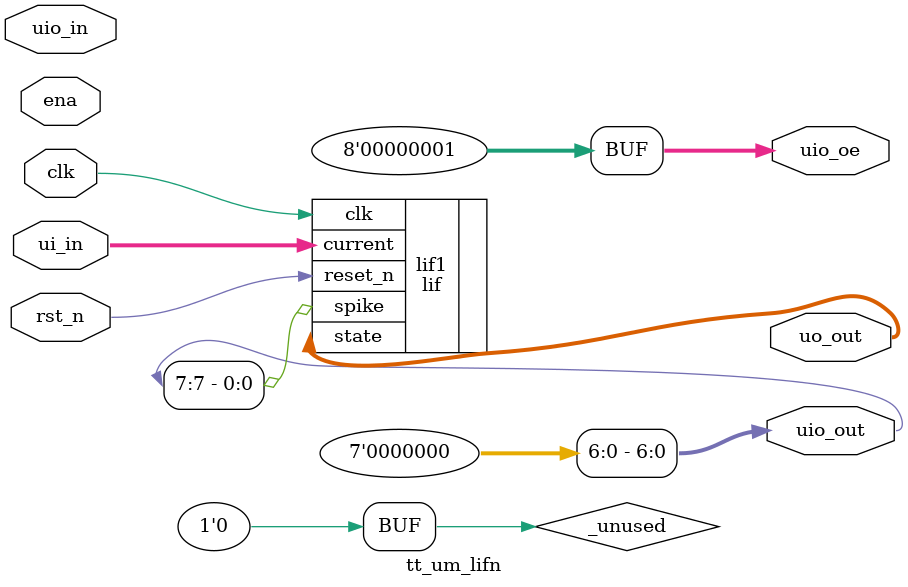
<source format=v>
/*
 * Copyright (c) 2024 Your Name
 * SPDX-License-Identifier: Apache-2.0
 */

`default_nettype none

module tt_um_lifn (
    input  wire [7:0] ui_in,    // Dedicated inputs
    output wire [7:0] uo_out,   // Dedicated outputs
    input  wire [7:0] uio_in,   // IOs: Input path
    output wire [7:0] uio_out,  // IOs: Output path
    output wire [7:0] uio_oe,   // IOs: Enable path (active high: 0=input, 1=output)
    input  wire       ena,      // always 1 when the design is powered, so you can ignore it
    input  wire       clk,      // clock
    input  wire       rst_n     // reset_n - low to reset
);

  // All output pins must be assigned. If not used, assign to 0.
  assign uio_out [6:0]= 0;
  assign uio_oe  = 1;

  // List all unused inputs to prevent warnings
  wire _unused = &{ena, uio_in, 1'b0};

// instantiate lif neuron
lif lif1(.current(ui_in), .clk(clk), .reset_n(rst_n), .state(uo_out), .spike(uio_out[7]));

endmodule

</source>
